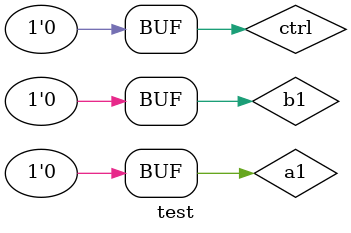
<source format=v>
`timescale 1ns/1ns

module AND2(input a, input b, output c);
    assign c = a & b;
endmodule

module OR2(input a, input b, output c);
    assign c = a | b;
endmodule

module NOT(input a, output c);
    assign c = ~a;
endmodule

module NAND2(input a, input b, output c);
    assign c = ~(a & b);
endmodule

module NOR2(input a, input b, output c);
    assign c = ~(a | b);
endmodule

module XOR2(input a, input b, output c);
    assign c = a ^ b;
endmodule

module mux2(input a, input b, input c, output d);
    assign d = c ? b : a;
endmodule

module test;
    reg a1, b1;
    reg ctrl;
    wire c1, c2, c3, c4, c5, c6;
    wire d;
    
    AND2 U1 (.a(a1), .b(b1), .c(c1));
    OR2 U2 (.a(a1), .b(b1), .c(c2));
    NOT U3 (.a(a1), .c(c3));
    NAND2 U4 (.a(a1), .b(b1), .c(c4));
    NOR2 U5 (.a(a1), .b(b1), .c(c5));
    XOR2 U6 (.a(a1), .b(b1), .c(c6));
    mux2 U7 (.a(a1), .b(b1), .c(ctrl), .d(d));
    
    initial begin
        $dumpfile("vcd/logic_test.vcd");
        $dumpvars();
    end
    
    initial begin
        #0  a1 = 0; b1 = 0; ctrl = 0; // 0ns
        #10 a1 = 1;                   // 10ns
        #10 a1 = 0; b1 = 1;           // 20ns
        #10 a1 = 1;                   // 30ns
        #10 a1 = 0; b1 = 0; ctrl = 1; // 40ns
        #10 a1 = 1;                   // 50ns
        #10 a1 = 0; b1 = 1;           // 60ns
        #10 a1 = 1;                   // 70ns
        #10 a1 = 0; b1 = 0; ctrl = 0; // 80ns
    end
endmodule

</source>
